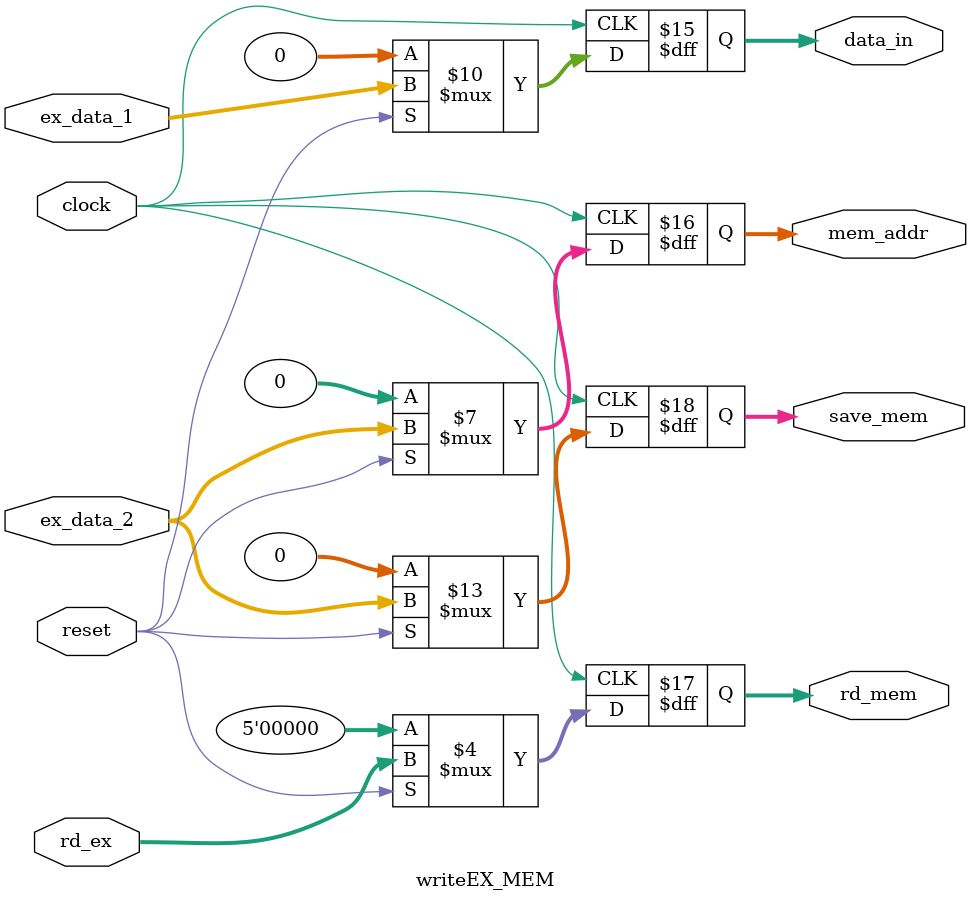
<source format=v>

module writeEX_MEM(
	input wire reset,
	input wire [31:0] ex_data_1,
	input wire [31:0] ex_data_2,
	input wire [4:0] rd_ex,
	input wire clock,
	output reg [31:0] data_in,
	output reg [31:0] mem_addr,
	output reg [4:0] rd_mem,
	output reg [31:0] save_mem);
	
	always @(posedge clock) begin
		if(!reset)begin
			save_mem[31:0] = 32'b0;
			data_in[31:0] <= 32'b0;
			mem_addr[31:0] <= 32'b0;
			rd_mem[4:0] <= 5'b0;
		end else begin
			save_mem[31:0] = ex_data_2[31:0];
			data_in[31:0] <= ex_data_1[31:0];
			mem_addr[31:0] <= ex_data_2[31:0];
			rd_mem[4:0] <= rd_ex[4:0];
		end
	end
	
endmodule

</source>
